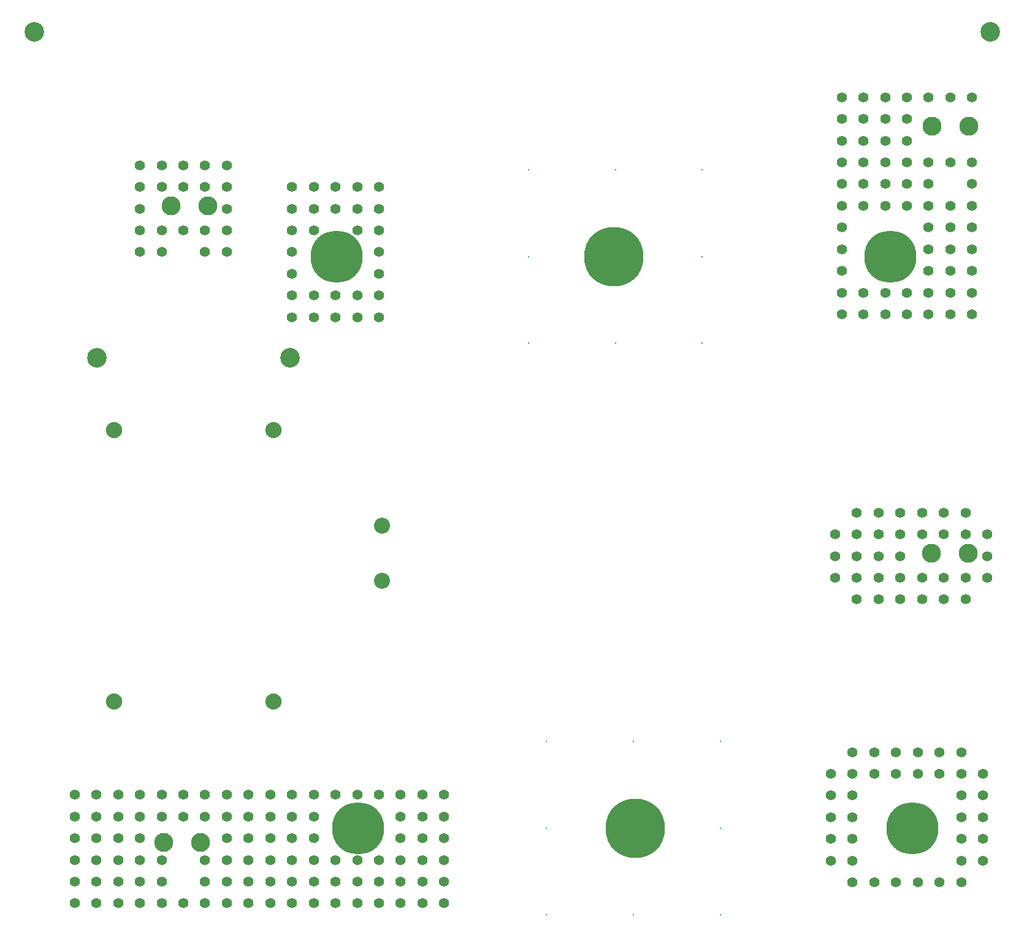
<source format=gts>
G04 Layer_Color=8388736*
%FSLAX44Y44*%
%MOMM*%
G71*
G01*
G75*
%ADD24C,8.2032*%
%ADD25C,7.2032*%
%ADD26C,0.2032*%
%ADD27C,2.6162*%
%ADD28C,2.2352*%
%ADD29C,2.7032*%
%ADD30C,2.2032*%
%ADD31C,1.4032*%
D24*
X850000Y420000D02*
D03*
X820000Y1210000D02*
D03*
D25*
X467500Y420000D02*
D03*
X1232500D02*
D03*
X437500Y1210000D02*
D03*
X1202500D02*
D03*
D26*
X727500Y540000D02*
D03*
X847500D02*
D03*
X967500D02*
D03*
Y420000D02*
D03*
X727500D02*
D03*
X967500Y300000D02*
D03*
X847500D02*
D03*
X727500D02*
D03*
X942500Y1330000D02*
D03*
X822500D02*
D03*
X702500D02*
D03*
X942500Y1210000D02*
D03*
X702500D02*
D03*
Y1090000D02*
D03*
X822500D02*
D03*
X942500D02*
D03*
D27*
X1310000Y800000D02*
D03*
X1259200D02*
D03*
X260000Y1280000D02*
D03*
X209200D02*
D03*
X1310800Y1390000D02*
D03*
X1260000D02*
D03*
X250000Y400000D02*
D03*
X199200D02*
D03*
D28*
X350000Y595000D02*
D03*
Y970000D02*
D03*
X130000Y595000D02*
D03*
Y970000D02*
D03*
D29*
X106650Y1070000D02*
D03*
X373350D02*
D03*
X1340000Y1520000D02*
D03*
X20000D02*
D03*
D30*
X500000Y838100D02*
D03*
Y761900D02*
D03*
D31*
X1135000Y1130000D02*
D03*
Y1160000D02*
D03*
Y1190000D02*
D03*
Y1220000D02*
D03*
Y1250000D02*
D03*
Y1280000D02*
D03*
Y1310000D02*
D03*
Y1340000D02*
D03*
Y1370000D02*
D03*
Y1400000D02*
D03*
Y1430000D02*
D03*
X1165000Y1130000D02*
D03*
Y1160000D02*
D03*
Y1280000D02*
D03*
Y1310000D02*
D03*
Y1340000D02*
D03*
Y1370000D02*
D03*
Y1400000D02*
D03*
Y1430000D02*
D03*
X1195000Y1130000D02*
D03*
Y1160000D02*
D03*
Y1280000D02*
D03*
Y1310000D02*
D03*
Y1340000D02*
D03*
Y1370000D02*
D03*
Y1400000D02*
D03*
Y1430000D02*
D03*
X1225000Y1130000D02*
D03*
Y1160000D02*
D03*
Y1280000D02*
D03*
Y1310000D02*
D03*
Y1340000D02*
D03*
Y1370000D02*
D03*
Y1400000D02*
D03*
Y1430000D02*
D03*
X1255000Y1130000D02*
D03*
Y1160000D02*
D03*
Y1190000D02*
D03*
Y1220000D02*
D03*
Y1250000D02*
D03*
Y1280000D02*
D03*
Y1310000D02*
D03*
Y1340000D02*
D03*
Y1430000D02*
D03*
X1285000Y1130000D02*
D03*
Y1160000D02*
D03*
Y1190000D02*
D03*
Y1220000D02*
D03*
Y1250000D02*
D03*
Y1280000D02*
D03*
Y1340000D02*
D03*
Y1430000D02*
D03*
X1315000Y1130000D02*
D03*
Y1160000D02*
D03*
Y1190000D02*
D03*
Y1220000D02*
D03*
Y1250000D02*
D03*
Y1280000D02*
D03*
Y1310000D02*
D03*
Y1340000D02*
D03*
Y1430000D02*
D03*
X1120000Y375000D02*
D03*
Y405000D02*
D03*
Y435000D02*
D03*
Y465000D02*
D03*
Y495000D02*
D03*
X1150000Y345000D02*
D03*
Y375000D02*
D03*
Y405000D02*
D03*
Y435000D02*
D03*
Y465000D02*
D03*
Y495000D02*
D03*
Y525000D02*
D03*
X1180000Y345000D02*
D03*
Y495000D02*
D03*
Y525000D02*
D03*
X1210000Y345000D02*
D03*
Y495000D02*
D03*
Y525000D02*
D03*
X1240000Y345000D02*
D03*
Y495000D02*
D03*
Y525000D02*
D03*
X1270000Y345000D02*
D03*
Y495000D02*
D03*
Y525000D02*
D03*
X1300000Y345000D02*
D03*
Y375000D02*
D03*
Y405000D02*
D03*
Y435000D02*
D03*
Y465000D02*
D03*
Y495000D02*
D03*
Y525000D02*
D03*
X1330000Y375000D02*
D03*
Y405000D02*
D03*
Y435000D02*
D03*
Y465000D02*
D03*
Y495000D02*
D03*
X1126000Y766000D02*
D03*
Y796000D02*
D03*
Y826000D02*
D03*
X1156000Y736000D02*
D03*
Y766000D02*
D03*
Y796000D02*
D03*
Y826000D02*
D03*
Y856000D02*
D03*
X1186000Y736000D02*
D03*
Y766000D02*
D03*
Y796000D02*
D03*
Y826000D02*
D03*
Y856000D02*
D03*
X1216000Y736000D02*
D03*
Y766000D02*
D03*
Y796000D02*
D03*
Y826000D02*
D03*
Y856000D02*
D03*
X1246000Y736000D02*
D03*
Y766000D02*
D03*
Y826000D02*
D03*
Y856000D02*
D03*
X1276000Y736000D02*
D03*
Y766000D02*
D03*
Y826000D02*
D03*
Y856000D02*
D03*
X1305999Y736000D02*
D03*
Y766000D02*
D03*
Y826000D02*
D03*
Y856000D02*
D03*
X1335999Y766000D02*
D03*
Y796000D02*
D03*
Y826000D02*
D03*
X166000Y1216000D02*
D03*
Y1246000D02*
D03*
Y1276000D02*
D03*
Y1305999D02*
D03*
Y1335999D02*
D03*
X196000Y1216000D02*
D03*
Y1246000D02*
D03*
Y1305999D02*
D03*
Y1335999D02*
D03*
X226000Y1246000D02*
D03*
Y1305999D02*
D03*
Y1335999D02*
D03*
X256000Y1216000D02*
D03*
Y1246000D02*
D03*
Y1305999D02*
D03*
Y1335999D02*
D03*
X286000Y1216000D02*
D03*
Y1246000D02*
D03*
Y1276000D02*
D03*
Y1305999D02*
D03*
Y1335999D02*
D03*
X376000Y1126000D02*
D03*
Y1156000D02*
D03*
Y1186000D02*
D03*
Y1216000D02*
D03*
Y1246000D02*
D03*
Y1276000D02*
D03*
Y1305999D02*
D03*
X406000Y1126000D02*
D03*
Y1156000D02*
D03*
Y1246000D02*
D03*
Y1276000D02*
D03*
Y1305999D02*
D03*
X436000Y1126000D02*
D03*
Y1156000D02*
D03*
Y1276000D02*
D03*
Y1305999D02*
D03*
X466000Y1126000D02*
D03*
Y1156000D02*
D03*
Y1246000D02*
D03*
Y1276000D02*
D03*
Y1305999D02*
D03*
X496000Y1126000D02*
D03*
Y1156000D02*
D03*
Y1186000D02*
D03*
Y1216000D02*
D03*
Y1246000D02*
D03*
Y1276000D02*
D03*
Y1305999D02*
D03*
X76000Y316000D02*
D03*
Y346000D02*
D03*
Y376000D02*
D03*
Y406000D02*
D03*
Y436000D02*
D03*
Y466000D02*
D03*
X106000Y316000D02*
D03*
Y346000D02*
D03*
Y376000D02*
D03*
Y406000D02*
D03*
Y436000D02*
D03*
Y466000D02*
D03*
X136000Y316000D02*
D03*
Y346000D02*
D03*
Y376000D02*
D03*
Y406000D02*
D03*
Y436000D02*
D03*
Y466000D02*
D03*
X166000Y316000D02*
D03*
Y346000D02*
D03*
Y376000D02*
D03*
Y406000D02*
D03*
Y436000D02*
D03*
Y466000D02*
D03*
X196000Y316000D02*
D03*
Y346000D02*
D03*
Y376000D02*
D03*
Y436000D02*
D03*
Y466000D02*
D03*
X226000Y316000D02*
D03*
Y436000D02*
D03*
Y466000D02*
D03*
X256000Y316000D02*
D03*
Y346000D02*
D03*
Y376000D02*
D03*
Y436000D02*
D03*
Y466000D02*
D03*
X286000Y316000D02*
D03*
Y346000D02*
D03*
Y376000D02*
D03*
Y406000D02*
D03*
Y436000D02*
D03*
Y466000D02*
D03*
X316000Y316000D02*
D03*
Y346000D02*
D03*
Y376000D02*
D03*
Y406000D02*
D03*
Y436000D02*
D03*
Y466000D02*
D03*
X346000Y316000D02*
D03*
Y346000D02*
D03*
Y376000D02*
D03*
Y406000D02*
D03*
Y436000D02*
D03*
Y466000D02*
D03*
X376000Y316000D02*
D03*
Y346000D02*
D03*
Y376000D02*
D03*
Y406000D02*
D03*
Y436000D02*
D03*
Y466000D02*
D03*
X406000Y316000D02*
D03*
Y346000D02*
D03*
Y376000D02*
D03*
Y406000D02*
D03*
Y436000D02*
D03*
Y466000D02*
D03*
X436000Y316000D02*
D03*
Y346000D02*
D03*
Y376000D02*
D03*
Y466000D02*
D03*
X466000Y316000D02*
D03*
Y346000D02*
D03*
Y376000D02*
D03*
Y466000D02*
D03*
X496000Y316000D02*
D03*
Y346000D02*
D03*
Y376000D02*
D03*
Y466000D02*
D03*
X526000Y316000D02*
D03*
Y346000D02*
D03*
Y376000D02*
D03*
Y406000D02*
D03*
Y436000D02*
D03*
Y466000D02*
D03*
X556000Y316000D02*
D03*
Y346000D02*
D03*
Y376000D02*
D03*
Y406000D02*
D03*
Y436000D02*
D03*
Y466000D02*
D03*
X586000Y316000D02*
D03*
Y346000D02*
D03*
Y376000D02*
D03*
Y406000D02*
D03*
Y436000D02*
D03*
Y466000D02*
D03*
M02*

</source>
